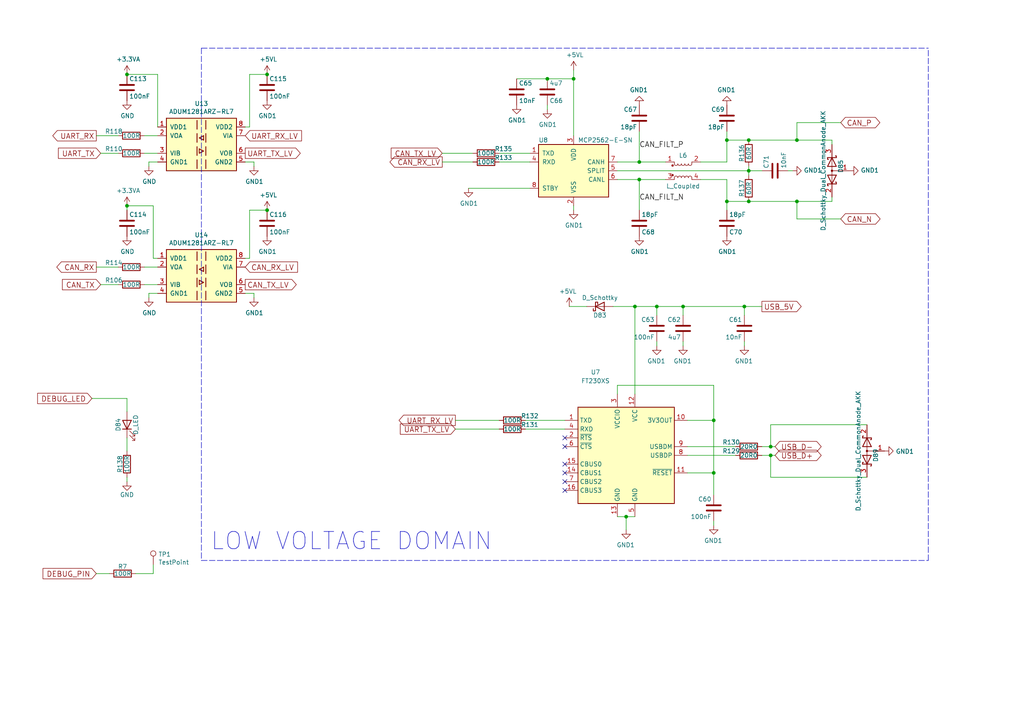
<source format=kicad_sch>
(kicad_sch (version 20211123) (generator eeschema)
  (paper "A4")
  (lib_symbols
    (symbol "Connector:TestPoint" (pin_numbers hide) (pin_names (offset 0.762) hide)
      (property "Reference" "TP" (at 0 6.858 0))
      (property "Value" "TestPoint" (at 0 5.08 0))
      (symbol "TestPoint_0_1"
        (circle (center 0 3.302) (radius 0.762))
      )
      (symbol "TestPoint_1_1"
        (pin passive line (at 0 0 90) (length 2.54) (name "1") (number "1"))
      )
    )
    (symbol "Device:C" (pin_numbers hide) (pin_names (offset 0.254))
      (property "Reference" "C" (at 0.635 2.54 0))
      (property "Value" "C" (at 0.635 -2.54 0))
      (symbol "C_0_1"
        (polyline (pts (xy -2.032 -0.762) (xy 2.032 -0.762)) (stroke (width 0.508)))
        (polyline (pts (xy -2.032 0.762) (xy 2.032 0.762)) (stroke (width 0.508)))
      )
      (symbol "C_1_1"
        (pin passive line (at 0 3.81 270) (length 2.794) (name "~") (number "1"))
        (pin passive line (at 0 -3.81 90) (length 2.794) (name "~") (number "2"))
      )
    )
    (symbol "Device:D_Schottky" (pin_numbers hide) (pin_names (offset 1.016) hide)
      (property "Reference" "D" (at 0 2.54 0))
      (property "Value" "D_Schottky" (at 0 -2.54 0))
      (symbol "D_Schottky_0_1"
        (polyline (pts (xy 1.27 0) (xy -1.27 0)))
        (polyline (pts (xy 1.27 1.27) (xy 1.27 -1.27) (xy -1.27 0) (xy 1.27 1.27)) (stroke (width 0.254)))
        (polyline (pts (xy -1.905 0.635) (xy -1.905 1.27) (xy -1.27 1.27) (xy -1.27 -1.27) (xy -0.635 -1.27) (xy -0.635 -0.635)) (stroke (width 0.254)))
      )
      (symbol "D_Schottky_1_1"
        (pin passive line (at -3.81 0 0) (length 2.54) (name "K") (number "1"))
        (pin passive line (at 3.81 0 180) (length 2.54) (name "A") (number "2"))
      )
    )
    (symbol "Device:D_Schottky_Dual_CommonAnode_AKK" (pin_names (offset 0.762) hide)
      (property "Reference" "D" (at 1.27 -2.54 0))
      (property "Value" "D_Schottky_Dual_CommonAnode_AKK" (at 0 2.54 0))
      (symbol "D_Schottky_Dual_CommonAnode_AKK_0_1"
        (polyline (pts (xy -3.556 0) (xy 3.81 0)))
        (polyline (pts (xy 0 0) (xy 0 -2.54)))
        (polyline (pts (xy -3.81 1.27) (xy -3.81 -1.27) (xy -3.81 -1.27)) (stroke (width 0.254)))
        (polyline (pts (xy 3.81 1.27) (xy 3.81 -1.27) (xy 3.81 -1.27)) (stroke (width 0.254)))
        (polyline (pts (xy -3.81 1.27) (xy -4.318 1.27) (xy -4.318 1.016) (xy -4.318 1.016)) (stroke (width 0.254)))
        (polyline (pts (xy 3.81 -1.27) (xy 4.318 -1.27) (xy 4.318 -1.016) (xy 4.318 -1.016)) (stroke (width 0.254)))
        (polyline (pts (xy 3.81 1.27) (xy 3.302 1.27) (xy 3.302 1.016) (xy 3.302 1.016)) (stroke (width 0.254)))
        (polyline (pts (xy -3.302 -1.016) (xy -3.302 -1.27) (xy -3.81 -1.27) (xy -3.81 -1.27) (xy -3.81 -1.27)) (stroke (width 0.254)))
        (polyline (pts (xy -1.27 -1.27) (xy -3.81 0) (xy -1.27 1.27) (xy -1.27 -1.27) (xy -1.27 -1.27) (xy -1.27 -1.27)) (stroke (width 0.254)))
        (polyline (pts (xy 1.27 1.27) (xy 3.81 0) (xy 1.27 -1.27) (xy 1.27 1.27) (xy 1.27 1.27) (xy 1.27 1.27)) (stroke (width 0.254)))
        (circle (center 0 0) (radius 0.254) (fill (type outline)))
        (pin passive line (at 0 -5.08 90) (length 2.54) (name "A") (number "1"))
        (pin passive line (at -7.62 0 0) (length 3.81) (name "K") (number "2"))
        (pin passive line (at 7.62 0 180) (length 3.81) (name "K") (number "3"))
      )
    )
    (symbol "Device:LED" (pin_numbers hide) (pin_names (offset 1.016) hide)
      (property "Reference" "D" (at 0 2.54 0))
      (property "Value" "LED" (at 0 -2.54 0))
      (symbol "LED_0_1"
        (polyline (pts (xy -1.27 -1.27) (xy -1.27 1.27)) (stroke (width 0.254)))
        (polyline (pts (xy -1.27 0) (xy 1.27 0)))
        (polyline (pts (xy 1.27 -1.27) (xy 1.27 1.27) (xy -1.27 0) (xy 1.27 -1.27)) (stroke (width 0.254)))
        (polyline (pts (xy -3.048 -0.762) (xy -4.572 -2.286) (xy -3.81 -2.286) (xy -4.572 -2.286) (xy -4.572 -1.524)))
        (polyline (pts (xy -1.778 -0.762) (xy -3.302 -2.286) (xy -2.54 -2.286) (xy -3.302 -2.286) (xy -3.302 -1.524)))
      )
      (symbol "LED_1_1"
        (pin passive line (at -3.81 0 0) (length 2.54) (name "K") (number "1"))
        (pin passive line (at 3.81 0 180) (length 2.54) (name "A") (number "2"))
      )
    )
    (symbol "Device:L_Coupled" (pin_names (offset 0.254) hide)
      (property "Reference" "L" (at 0 4.445 0))
      (property "Value" "L_Coupled" (at 0 -4.445 0))
      (symbol "L_Coupled_0_1"
        (circle (center -3.048 -1.27) (radius 0.254) (fill (type outline)))
        (circle (center -3.048 1.524) (radius 0.254) (fill (type outline)))
        (arc (start -2.54 2.032) (mid -2.032 1.524) (end -1.524 2.032))
        (arc (start -1.524 -2.032) (mid -2.032 -1.524) (end -2.54 -2.032))
        (arc (start -1.524 2.032) (mid -1.016 1.524) (end -0.508 2.032))
        (arc (start -0.508 -2.032) (mid -1.016 -1.524) (end -1.524 -2.032))
        (arc (start -0.508 2.032) (mid 0 1.524) (end 0.508 2.032))
        (polyline (pts (xy -2.54 -2.032) (xy -2.54 -2.54)))
        (polyline (pts (xy -2.54 2.032) (xy -2.54 2.54)))
        (polyline (pts (xy 2.54 -2.032) (xy 2.54 -2.54)))
        (polyline (pts (xy 2.54 2.54) (xy 2.54 2.032)))
        (arc (start 0.508 -2.032) (mid 0 -1.524) (end -0.508 -2.032))
        (arc (start 0.508 2.032) (mid 1.016 1.524) (end 1.524 2.032))
        (arc (start 1.524 -2.032) (mid 1.016 -1.524) (end 0.508 -2.032))
        (arc (start 1.524 2.032) (mid 2.032 1.524) (end 2.54 2.032))
        (arc (start 2.54 -2.032) (mid 2.032 -1.524) (end 1.524 -2.032))
      )
      (symbol "L_Coupled_1_1"
        (pin passive line (at -5.08 2.54 0) (length 2.54) (name "1") (number "1"))
        (pin passive line (at 5.08 2.54 180) (length 2.54) (name "2") (number "2"))
        (pin passive line (at -5.08 -2.54 0) (length 2.54) (name "3") (number "3"))
        (pin passive line (at 5.08 -2.54 180) (length 2.54) (name "4") (number "4"))
      )
    )
    (symbol "Device:R" (pin_numbers hide) (pin_names (offset 0))
      (property "Reference" "R" (at 2.032 0 90))
      (property "Value" "R" (at 0 0 90))
      (symbol "R_0_1"
        (rectangle (start -1.016 -2.54) (end 1.016 2.54) (stroke (width 0.254)))
      )
      (symbol "R_1_1"
        (pin passive line (at 0 3.81 270) (length 1.27) (name "~") (number "1"))
        (pin passive line (at 0 -3.81 90) (length 1.27) (name "~") (number "2"))
      )
    )
    (symbol "Interface_CAN_LIN:MCP2561-E-SN" (pin_names (offset 1.016))
      (property "Reference" "U" (at -10.16 8.89 0))
      (property "Value" "MCP2561-E-SN" (at 2.54 8.89 0))
      (symbol "MCP2561-E-SN_0_1"
        (rectangle (start -10.16 7.62) (end 10.16 -7.62) (stroke (width 0.254)) (fill (type background)))
      )
      (symbol "MCP2561-E-SN_1_1"
        (pin input line (at -12.7 5.08 0) (length 2.54) (name "TXD") (number "1"))
        (pin power_in line (at 0 -10.16 90) (length 2.54) (name "VSS") (number "2"))
        (pin power_in line (at 0 10.16 270) (length 2.54) (name "VDD") (number "3"))
        (pin output line (at -12.7 2.54 0) (length 2.54) (name "RXD") (number "4"))
        (pin passive line (at 12.7 0 180) (length 2.54) (name "SPLIT") (number "5"))
        (pin bidirectional line (at 12.7 -2.54 180) (length 2.54) (name "CANL") (number "6"))
        (pin bidirectional line (at 12.7 2.54 180) (length 2.54) (name "CANH") (number "7"))
        (pin input line (at -12.7 -5.08 0) (length 2.54) (name "STBY") (number "8"))
      )
    )
    (symbol "Interface_USB:FT230XS"
      (property "Reference" "U" (at -13.97 15.24 0))
      (property "Value" "FT230XS" (at 7.62 15.24 0))
      (symbol "FT230XS_0_1"
        (rectangle (start -13.97 13.97) (end 13.97 -13.97) (stroke (width 0.254)) (fill (type background)))
      )
      (symbol "FT230XS_1_1"
        (pin output line (at 17.78 10.16 180) (length 3.81) (name "TXD") (number "1"))
        (pin power_out line (at -17.78 10.16 0) (length 3.81) (name "3V3OUT") (number "10"))
        (pin input line (at -17.78 -5.08 0) (length 3.81) (name "~{RESET}") (number "11"))
        (pin power_in line (at -2.54 17.78 270) (length 3.81) (name "VCC") (number "12"))
        (pin power_in line (at 2.54 -17.78 90) (length 3.81) (name "GND") (number "13"))
        (pin bidirectional line (at 17.78 -5.08 180) (length 3.81) (name "CBUS1") (number "14"))
        (pin bidirectional line (at 17.78 -2.54 180) (length 3.81) (name "CBUS0") (number "15"))
        (pin bidirectional line (at 17.78 -10.16 180) (length 3.81) (name "CBUS3") (number "16"))
        (pin output line (at 17.78 5.08 180) (length 3.81) (name "~{RTS}") (number "2"))
        (pin power_in line (at 2.54 17.78 270) (length 3.81) (name "VCCIO") (number "3"))
        (pin input line (at 17.78 7.62 180) (length 3.81) (name "RXD") (number "4"))
        (pin power_in line (at -2.54 -17.78 90) (length 3.81) (name "GND") (number "5"))
        (pin input line (at 17.78 2.54 180) (length 3.81) (name "~{CTS}") (number "6"))
        (pin bidirectional line (at 17.78 -7.62 180) (length 3.81) (name "CBUS2") (number "7"))
        (pin bidirectional line (at -17.78 0 0) (length 3.81) (name "USBDP") (number "8"))
        (pin bidirectional line (at -17.78 2.54 0) (length 3.81) (name "USBDM") (number "9"))
      )
    )
    (symbol "Isolator:ADuM1201WS" (pin_names (offset 1.016))
      (property "Reference" "U" (at -10.16 8.89 0))
      (property "Value" "ADuM1201WS" (at -2.032 8.89 0))
      (symbol "ADuM1201WS_0_1"
        (rectangle (start -10.16 7.62) (end 10.16 -7.62) (stroke (width 0.254)) (fill (type background)))
        (polyline (pts (xy -1.27 -4.445) (xy -1.27 -6.985)) (stroke (width 0.254)))
        (polyline (pts (xy -1.27 -0.635) (xy -1.27 -3.175)) (stroke (width 0.254)))
        (polyline (pts (xy -1.27 3.175) (xy -1.27 0.635)) (stroke (width 0.254)))
        (polyline (pts (xy -1.27 6.985) (xy -1.27 4.445)) (stroke (width 0.254)))
        (polyline (pts (xy 1.27 -4.445) (xy 1.27 -6.985)) (stroke (width 0.254)))
        (polyline (pts (xy 1.27 -0.635) (xy 1.27 -3.175)) (stroke (width 0.254)))
        (polyline (pts (xy 1.27 3.175) (xy 1.27 0.635)) (stroke (width 0.254)))
        (polyline (pts (xy 1.27 6.985) (xy 1.27 4.445)) (stroke (width 0.254)))
        (polyline (pts (xy -0.635 -1.27) (xy -0.635 -2.54) (xy 0.635 -1.905) (xy -0.635 -1.27)) (stroke (width 0.254)))
        (polyline (pts (xy 0.635 2.54) (xy 0.635 1.27) (xy -0.635 1.905) (xy 0.635 2.54)) (stroke (width 0.254)))
      )
      (symbol "ADuM1201WS_1_1"
        (pin power_in line (at -12.7 5.08 0) (length 2.54) (name "VDD1") (number "1"))
        (pin output line (at -12.7 2.54 0) (length 2.54) (name "VOA") (number "2"))
        (pin input line (at -12.7 -2.54 0) (length 2.54) (name "VIB") (number "3"))
        (pin power_in line (at -12.7 -5.08 0) (length 2.54) (name "GND1") (number "4"))
        (pin power_in line (at 12.7 -5.08 180) (length 2.54) (name "GND2") (number "5"))
        (pin output line (at 12.7 -2.54 180) (length 2.54) (name "VOB") (number "6"))
        (pin input line (at 12.7 2.54 180) (length 2.54) (name "VIA") (number "7"))
        (pin power_in line (at 12.7 5.08 180) (length 2.54) (name "VDD2") (number "8"))
      )
    )
    (symbol "power:+3.3VA" (power) (pin_names (offset 0))
      (property "Value" "+3.3VA" (at 0 3.556 0))
      (symbol "+3.3VA_0_1"
        (polyline (pts (xy -0.762 1.27) (xy 0 2.54)))
        (polyline (pts (xy 0 0) (xy 0 2.54)))
        (polyline (pts (xy 0 2.54) (xy 0.762 1.27)))
      )
      (symbol "+3.3VA_1_1"
        (pin power_in line (at 0 0 90) (length 0) hide (name "+3.3VA") (number "1"))
      )
    )
    (symbol "power:+5VL" (power) (pin_names (offset 0))
      (property "Value" "+5VL" (at 0 3.556 0))
      (symbol "+5VL_0_1"
        (polyline (pts (xy -0.762 1.27) (xy 0 2.54)))
        (polyline (pts (xy 0 0) (xy 0 2.54)))
        (polyline (pts (xy 0 2.54) (xy 0.762 1.27)))
      )
      (symbol "+5VL_1_1"
        (pin power_in line (at 0 0 90) (length 0) hide (name "+5VL") (number "1"))
      )
    )
    (symbol "power:GND" (power) (pin_names (offset 0))
      (property "Value" "GND" (at 0 -3.81 0))
      (symbol "GND_0_1"
        (polyline (pts (xy 0 0) (xy 0 -1.27) (xy 1.27 -1.27) (xy 0 -2.54) (xy -1.27 -1.27) (xy 0 -1.27)))
      )
      (symbol "GND_1_1"
        (pin power_in line (at 0 0 270) (length 0) hide (name "GND") (number "1"))
      )
    )
    (symbol "power:GND1" (power) (pin_names (offset 0))
      (property "Value" "GND1" (at 0 -3.81 0))
      (symbol "GND1_0_1"
        (polyline (pts (xy 0 0) (xy 0 -1.27) (xy 1.27 -1.27) (xy 0 -2.54) (xy -1.27 -1.27) (xy 0 -1.27)))
      )
      (symbol "GND1_1_1"
        (pin power_in line (at 0 0 270) (length 0) hide (name "GND1") (number "1"))
      )
    )
  )
  (junction (at 207.01 121.92))
  (junction (at 223.52 129.54))
  (junction (at 210.82 40.64))
  (junction (at 198.12 88.9))
  (junction (at 190.5 88.9))
  (junction (at 231.14 58.42))
  (junction (at 185.42 52.07))
  (junction (at 217.17 49.53))
  (junction (at 36.83 59.69))
  (junction (at 36.83 21.59))
  (junction (at 166.37 22.86))
  (junction (at 217.17 40.64))
  (junction (at 77.47 60.96))
  (junction (at 158.75 22.86))
  (junction (at 210.82 58.42))
  (junction (at 217.17 58.42))
  (junction (at 207.01 137.16))
  (junction (at 185.42 46.99))
  (junction (at 231.14 40.64))
  (junction (at 215.9 88.9))
  (junction (at 223.52 132.08))
  (junction (at 77.47 21.59))
  (junction (at 181.61 149.86))
  (junction (at 184.15 88.9))
  (no_connect (at 163.83 134.62))
  (no_connect (at 163.83 142.24))
  (no_connect (at 163.83 129.54))
  (no_connect (at 163.83 127))
  (no_connect (at 163.83 137.16))
  (no_connect (at 163.83 139.7))
  (wire (pts (xy 179.07 49.53) (xy 217.17 49.53)))
  (wire (pts (xy 77.47 60.96) (xy 72.39 60.96)))
  (wire (pts (xy 73.66 85.09) (xy 71.12 85.09)))
  (wire (pts (xy 215.9 100.33) (xy 215.9 99.06)))
  (wire (pts (xy 163.83 121.92) (xy 152.4 121.92)))
  (wire (pts (xy 137.16 46.99) (xy 128.27 46.99)))
  (wire (pts (xy 165.1 88.9) (xy 170.18 88.9)))
  (wire (pts (xy 217.17 48.26) (xy 217.17 49.53)))
  (wire (pts (xy 44.45 166.37) (xy 39.37 166.37)))
  (wire (pts (xy 153.67 44.45) (xy 144.78 44.45)))
  (wire (pts (xy 190.5 100.33) (xy 190.5 99.06)))
  (wire (pts (xy 185.42 52.07) (xy 185.42 60.96)))
  (wire (pts (xy 179.07 114.3) (xy 179.07 111.76)))
  (wire (pts (xy 144.78 46.99) (xy 153.67 46.99)))
  (wire (pts (xy 185.42 46.99) (xy 185.42 38.1)))
  (polyline (pts (xy 269.24 162.56) (xy 269.24 13.97)))
  (wire (pts (xy 43.18 46.99) (xy 45.72 46.99)))
  (wire (pts (xy 184.15 149.86) (xy 181.61 149.86)))
  (wire (pts (xy 215.9 91.44) (xy 215.9 88.9)))
  (wire (pts (xy 45.72 74.93) (xy 44.45 74.93)))
  (wire (pts (xy 43.18 48.26) (xy 43.18 46.99)))
  (wire (pts (xy 207.01 111.76) (xy 207.01 121.92)))
  (wire (pts (xy 220.98 49.53) (xy 217.17 49.53)))
  (wire (pts (xy 41.91 82.55) (xy 45.72 82.55)))
  (wire (pts (xy 210.82 46.99) (xy 203.2 46.99)))
  (wire (pts (xy 41.91 39.37) (xy 45.72 39.37)))
  (wire (pts (xy 43.18 85.09) (xy 45.72 85.09)))
  (wire (pts (xy 166.37 22.86) (xy 166.37 39.37)))
  (wire (pts (xy 224.79 132.08) (xy 223.52 132.08)))
  (wire (pts (xy 128.27 44.45) (xy 137.16 44.45)))
  (wire (pts (xy 231.14 40.64) (xy 241.3 40.64)))
  (wire (pts (xy 241.3 40.64) (xy 241.3 41.91)))
  (wire (pts (xy 223.52 132.08) (xy 220.98 132.08)))
  (wire (pts (xy 198.12 91.44) (xy 198.12 88.9)))
  (wire (pts (xy 207.01 137.16) (xy 207.01 143.51)))
  (wire (pts (xy 223.52 129.54) (xy 224.79 129.54)))
  (wire (pts (xy 179.07 149.86) (xy 181.61 149.86)))
  (wire (pts (xy 210.82 38.1) (xy 210.82 40.64)))
  (wire (pts (xy 45.72 44.45) (xy 41.91 44.45)))
  (wire (pts (xy 166.37 60.96) (xy 166.37 59.69)))
  (wire (pts (xy 36.83 119.38) (xy 36.83 115.57)))
  (wire (pts (xy 231.14 58.42) (xy 241.3 58.42)))
  (wire (pts (xy 203.2 52.07) (xy 210.82 52.07)))
  (wire (pts (xy 223.52 138.43) (xy 223.52 132.08)))
  (wire (pts (xy 77.47 21.59) (xy 72.39 21.59)))
  (wire (pts (xy 207.01 121.92) (xy 199.39 121.92)))
  (wire (pts (xy 198.12 88.9) (xy 190.5 88.9)))
  (wire (pts (xy 44.45 74.93) (xy 44.45 59.69)))
  (polyline (pts (xy 58.42 13.97) (xy 269.24 13.97)))
  (wire (pts (xy 166.37 20.32) (xy 166.37 22.86)))
  (wire (pts (xy 34.29 77.47) (xy 27.94 77.47)))
  (wire (pts (xy 223.52 123.19) (xy 251.46 123.19)))
  (wire (pts (xy 231.14 63.5) (xy 231.14 58.42)))
  (wire (pts (xy 217.17 58.42) (xy 231.14 58.42)))
  (wire (pts (xy 243.84 35.56) (xy 231.14 35.56)))
  (wire (pts (xy 43.18 86.36) (xy 43.18 85.09)))
  (wire (pts (xy 153.67 54.61) (xy 135.89 54.61)))
  (wire (pts (xy 36.83 115.57) (xy 26.67 115.57)))
  (wire (pts (xy 210.82 40.64) (xy 217.17 40.64)))
  (wire (pts (xy 158.75 22.86) (xy 166.37 22.86)))
  (wire (pts (xy 217.17 49.53) (xy 217.17 50.8)))
  (wire (pts (xy 210.82 58.42) (xy 217.17 58.42)))
  (wire (pts (xy 149.86 22.86) (xy 158.75 22.86)))
  (wire (pts (xy 73.66 46.99) (xy 71.12 46.99)))
  (wire (pts (xy 34.29 82.55) (xy 29.21 82.55)))
  (wire (pts (xy 198.12 100.33) (xy 198.12 99.06)))
  (wire (pts (xy 229.87 49.53) (xy 228.6 49.53)))
  (wire (pts (xy 45.72 77.47) (xy 41.91 77.47)))
  (wire (pts (xy 213.36 132.08) (xy 199.39 132.08)))
  (wire (pts (xy 36.83 130.81) (xy 36.83 127)))
  (wire (pts (xy 223.52 129.54) (xy 223.52 123.19)))
  (wire (pts (xy 73.66 86.36) (xy 73.66 85.09)))
  (wire (pts (xy 72.39 21.59) (xy 72.39 36.83)))
  (wire (pts (xy 185.42 52.07) (xy 193.04 52.07)))
  (wire (pts (xy 199.39 129.54) (xy 213.36 129.54)))
  (wire (pts (xy 215.9 88.9) (xy 198.12 88.9)))
  (wire (pts (xy 190.5 91.44) (xy 190.5 88.9)))
  (wire (pts (xy 36.83 59.69) (xy 44.45 59.69)))
  (wire (pts (xy 132.08 121.92) (xy 144.78 121.92)))
  (wire (pts (xy 207.01 137.16) (xy 199.39 137.16)))
  (wire (pts (xy 36.83 139.7) (xy 36.83 138.43)))
  (wire (pts (xy 72.39 36.83) (xy 71.12 36.83)))
  (wire (pts (xy 190.5 88.9) (xy 184.15 88.9)))
  (wire (pts (xy 72.39 74.93) (xy 71.12 74.93)))
  (wire (pts (xy 73.66 48.26) (xy 73.66 46.99)))
  (wire (pts (xy 72.39 60.96) (xy 72.39 74.93)))
  (wire (pts (xy 210.82 40.64) (xy 210.82 46.99)))
  (wire (pts (xy 27.94 39.37) (xy 34.29 39.37)))
  (wire (pts (xy 158.75 31.75) (xy 158.75 30.48)))
  (wire (pts (xy 36.83 59.69) (xy 36.83 60.96)))
  (wire (pts (xy 152.4 124.46) (xy 163.83 124.46)))
  (wire (pts (xy 31.75 166.37) (xy 27.94 166.37)))
  (polyline (pts (xy 58.42 162.56) (xy 269.24 162.56)))
  (wire (pts (xy 144.78 124.46) (xy 132.08 124.46)))
  (wire (pts (xy 243.84 63.5) (xy 231.14 63.5)))
  (wire (pts (xy 179.07 46.99) (xy 185.42 46.99)))
  (wire (pts (xy 207.01 152.4) (xy 207.01 151.13)))
  (wire (pts (xy 241.3 58.42) (xy 241.3 57.15)))
  (wire (pts (xy 220.98 88.9) (xy 215.9 88.9)))
  (wire (pts (xy 44.45 163.83) (xy 44.45 166.37)))
  (wire (pts (xy 207.01 121.92) (xy 207.01 137.16)))
  (wire (pts (xy 36.83 21.59) (xy 45.72 21.59)))
  (wire (pts (xy 185.42 46.99) (xy 193.04 46.99)))
  (wire (pts (xy 207.01 111.76) (xy 179.07 111.76)))
  (polyline (pts (xy 58.42 13.97) (xy 58.42 162.56)))
  (wire (pts (xy 34.29 44.45) (xy 29.21 44.45)))
  (wire (pts (xy 184.15 88.9) (xy 177.8 88.9)))
  (wire (pts (xy 179.07 52.07) (xy 185.42 52.07)))
  (wire (pts (xy 217.17 40.64) (xy 231.14 40.64)))
  (wire (pts (xy 231.14 35.56) (xy 231.14 40.64)))
  (wire (pts (xy 251.46 138.43) (xy 223.52 138.43)))
  (wire (pts (xy 210.82 58.42) (xy 210.82 60.96)))
  (wire (pts (xy 220.98 129.54) (xy 223.52 129.54)))
  (wire (pts (xy 181.61 149.86) (xy 181.61 153.67)))
  (wire (pts (xy 184.15 88.9) (xy 184.15 114.3)))
  (wire (pts (xy 45.72 21.59) (xy 45.72 36.83)))
  (wire (pts (xy 210.82 52.07) (xy 210.82 58.42)))
  (text "LOW VOLTAGE DOMAIN" (at 60.96 160.02 0) (effects (font (size 5.0038 5.0038)) (justify left bottom)))
  (label "CAN_FILT_P" (at 185.42 43.18 0) (effects (font (size 1.524 1.524))))
  (label "CAN_FILT_N" (at 185.42 58.42 0) (effects (font (size 1.524 1.524))))
  (global_label "USB_D-" (shape bidirectional) (at 224.79 129.54 0) (effects (font (size 1.524 1.524))) (property "Intersheet References" "${INTERSHEET_REFS}" (effects hide)))
  (global_label "CAN_N" (shape bidirectional) (at 243.84 63.5 0) (effects (font (size 1.524 1.524))) (property "Intersheet References" "${INTERSHEET_REFS}" (effects hide)))
  (global_label "DEBUG_PIN" (shape input) (at 27.94 166.37 180) (effects (font (size 1.524 1.524))) (property "Intersheet References" "${INTERSHEET_REFS}" (effects hide)))
  (global_label "UART_TX_LV" (shape output) (at 71.12 44.45 0) (effects (font (size 1.524 1.524))) (property "Intersheet References" "${INTERSHEET_REFS}" (effects hide)))
  (global_label "DEBUG_LED" (shape input) (at 26.67 115.57 180) (effects (font (size 1.524 1.524))) (property "Intersheet References" "${INTERSHEET_REFS}" (effects hide)))
  (global_label "CAN_RX_LV" (shape output) (at 128.27 46.99 180) (effects (font (size 1.524 1.524))) (property "Intersheet References" "${INTERSHEET_REFS}" (effects hide)))
  (global_label "USB_D+" (shape bidirectional) (at 224.79 132.08 0) (effects (font (size 1.524 1.524))) (property "Intersheet References" "${INTERSHEET_REFS}" (effects hide)))
  (global_label "USB_5V" (shape output) (at 220.98 88.9 0) (effects (font (size 1.524 1.524))) (property "Intersheet References" "${INTERSHEET_REFS}" (effects hide)))
  (global_label "CAN_TX_LV" (shape output) (at 71.12 82.55 0) (effects (font (size 1.524 1.524))) (property "Intersheet References" "${INTERSHEET_REFS}" (effects hide)))
  (global_label "UART_RX" (shape output) (at 27.94 39.37 180) (effects (font (size 1.524 1.524))) (property "Intersheet References" "${INTERSHEET_REFS}" (effects hide)))
  (global_label "CAN_RX" (shape output) (at 27.94 77.47 180) (effects (font (size 1.524 1.524))) (property "Intersheet References" "${INTERSHEET_REFS}" (effects hide)))
  (global_label "UART_TX" (shape input) (at 29.21 44.45 180) (effects (font (size 1.524 1.524))) (property "Intersheet References" "${INTERSHEET_REFS}" (effects hide)))
  (global_label "UART_RX_LV" (shape input) (at 71.12 39.37 0) (effects (font (size 1.524 1.524))) (property "Intersheet References" "${INTERSHEET_REFS}" (effects hide)))
  (global_label "CAN_P" (shape bidirectional) (at 243.84 35.56 0) (effects (font (size 1.524 1.524))) (property "Intersheet References" "${INTERSHEET_REFS}" (effects hide)))
  (global_label "CAN_TX" (shape input) (at 29.21 82.55 180) (effects (font (size 1.524 1.524))) (property "Intersheet References" "${INTERSHEET_REFS}" (effects hide)))
  (global_label "CAN_RX_LV" (shape input) (at 71.12 77.47 0) (effects (font (size 1.524 1.524))) (property "Intersheet References" "${INTERSHEET_REFS}" (effects hide)))
  (global_label "CAN_TX_LV" (shape input) (at 128.27 44.45 180) (effects (font (size 1.524 1.524))) (property "Intersheet References" "${INTERSHEET_REFS}" (effects hide)))
  (global_label "UART_RX_LV" (shape output) (at 132.08 121.92 180) (effects (font (size 1.524 1.524))) (property "Intersheet References" "${INTERSHEET_REFS}" (effects hide)))
  (global_label "UART_TX_LV" (shape input) (at 132.08 124.46 180) (effects (font (size 1.524 1.524))) (property "Intersheet References" "${INTERSHEET_REFS}" (effects hide)))
  (symbol (lib_id "Device:R") (at 140.97 44.45 270) (unit 1)
    (property "Reference" "R135" (at 146.05 43.18 90))
    (property "Value" "100R" (at 140.97 44.45 90))
    (property "Footprint" "Resistor_SMD:R_0603_1608Metric" (effects hide))
    (property "MPN" "AC0603FR-07100RL" (effects hide))
    (property "populate" "y" (effects hide))
    (property "Part Number" "AC0603FR-07100RL" (effects hide))
    (property "Digikey_PN" "YAG3561CT-ND" (effects hide))
  )
  (symbol (lib_id "Device:R") (at 140.97 46.99 270) (unit 1)
    (property "Reference" "R133" (at 146.05 45.72 90))
    (property "Value" "100R" (at 140.97 46.99 90))
    (property "Footprint" "Resistor_SMD:R_0603_1608Metric" (effects hide))
    (property "MPN" "AC0603FR-07100RL" (effects hide))
    (property "populate" "y" (effects hide))
    (property "Part Number" "AC0603FR-07100RL" (effects hide))
    (property "Digikey_PN" "YAG3561CT-ND" (effects hide))
  )
  (symbol (lib_id "Device:R") (at 217.17 44.45 180) (unit 1)
    (property "Reference" "R136" (at 215.138 44.45 90))
    (property "Value" "60R" (at 217.17 44.45 90))
    (property "Footprint" "Resistor_SMD:R_2512_6332Metric" (effects hide))
    (property "Datasheet" "https://www.seielect.com/Catalog/SEI-RMCF_RMCP.pdf" (effects hide))
    (property "MPN" "RMCF2512JT62R0" (effects hide))
    (property "populate" "y" (effects hide))
    (property "Part Number" "RMCF2512JT62R0" (effects hide))
    (property "Digikey_PN" "RMCF2512JT62R0CT-ND" (effects hide))
  )
  (symbol (lib_id "Device:R") (at 217.17 54.61 180) (unit 1)
    (property "Reference" "R137" (at 215.138 54.61 90))
    (property "Value" "60R" (at 217.17 54.61 90))
    (property "Footprint" "Resistor_SMD:R_2512_6332Metric" (effects hide))
    (property "Datasheet" "https://www.seielect.com/Catalog/SEI-RMCF_RMCP.pdf" (effects hide))
    (property "MPN" "RMCF2512JT62R0" (effects hide))
    (property "populate" "y" (effects hide))
    (property "Part Number" "RMCF2512JT62R0" (effects hide))
    (property "Digikey_PN" "RMCF2512JT62R0CT-ND" (effects hide))
  )
  (symbol (lib_id "Device:C") (at 215.9 95.25 0) (mirror y) (unit 1)
    (property "Reference" "C61" (at 215.265 92.71 0) (effects (justify left)))
    (property "Value" "10nF" (at 215.265 97.79 0) (effects (justify left)))
    (property "Footprint" "Capacitor_SMD:C_0603_1608Metric" (effects hide))
    (property "MPN" "GCM188R72A103KA37D" (effects hide))
    (property "populate" "y" (effects hide))
    (property "Part Number" "GCM188R72A103KA37D" (effects hide))
    (property "Digikey_PN" "490-4781-1-ND" (effects hide))
  )
  (symbol (lib_id "Device:C") (at 190.5 95.25 0) (mirror y) (unit 1)
    (property "Reference" "C63" (at 189.865 92.71 0) (effects (justify left)))
    (property "Value" "100nF" (at 189.865 97.79 0) (effects (justify left)))
    (property "Footprint" "Capacitor_SMD:C_0603_1608Metric" (effects hide))
    (property "Datasheet" "http://psearch.en.murata.com/capacitor/product/GCM188R71H104KA57%23.pdf" (effects hide))
    (property "MPN" "GCM188R71H104KA57D" (effects hide))
    (property "populate" "y" (effects hide))
    (property "Part Number" "GCM188R71H104KA57D" (effects hide))
    (property "Digikey_PN" "490-4779-1-ND" (effects hide))
  )
  (symbol (lib_id "Device:C") (at 198.12 95.25 0) (mirror y) (unit 1)
    (property "Reference" "C62" (at 197.485 92.71 0) (effects (justify left)))
    (property "Value" "4u7" (at 197.485 97.79 0) (effects (justify left)))
    (property "Footprint" "Capacitor_SMD:C_1206_3216Metric" (effects hide))
    (property "Datasheet" "https://product.tdk.com/info/en/catalog/datasheets/mlcc_automotive_soft_en.pdf" (effects hide))
    (property "MPN" "CGA5L3X7R1H475K160AE" (effects hide))
    (property "populate" "y" (effects hide))
    (property "Part Number" "CGA5L3X7R1H475K160AE" (effects hide))
    (property "Digikey_PN" "445-172481-1-ND" (effects hide))
  )
  (symbol (lib_id "Device:D_Schottky") (at 173.99 88.9 0) (mirror x) (unit 1)
    (property "Reference" "D83" (at 173.99 91.44 0))
    (property "Value" "D_Schottky" (at 173.99 86.36 0))
    (property "Footprint" "Diode_SMD:D_SMA" (effects hide))
    (property "Datasheet" "https://www.st.com/content/ccc/resource/technical/document/datasheet/c8/2f/54/15/4c/14/44/bb/CD00003321.pdf/files/CD00003321.pdf/jcr:content/translations/en.CD00003321.pdf" (effects hide))
    (property "MPN" "STPS1150A" (effects hide))
    (property "populate" "y" (effects hide))
    (property "Part Number" "STPS1150A" (effects hide))
    (property "Digikey_PN" "497-7545-1-ND" (effects hide))
  )
  (symbol (lib_id "Device:C") (at 149.86 26.67 0) (unit 1)
    (property "Reference" "C65" (at 150.495 24.13 0) (effects (justify left)))
    (property "Value" "10nF" (at 150.495 29.21 0) (effects (justify left)))
    (property "Footprint" "Capacitor_SMD:C_0603_1608Metric" (effects hide))
    (property "MPN" "GCM188R72A103KA37D" (effects hide))
    (property "populate" "y" (effects hide))
    (property "Part Number" "GCM188R72A103KA37D" (effects hide))
    (property "Digikey_PN" "490-4781-1-ND" (effects hide))
  )
  (symbol (lib_id "Device:C") (at 207.01 147.32 0) (mirror y) (unit 1)
    (property "Reference" "C60" (at 206.375 144.78 0) (effects (justify left)))
    (property "Value" "100nF" (at 206.375 149.86 0) (effects (justify left)))
    (property "Footprint" "Capacitor_SMD:C_0603_1608Metric" (effects hide))
    (property "Datasheet" "http://psearch.en.murata.com/capacitor/product/GCM188R71H104KA57%23.pdf" (effects hide))
    (property "MPN" "GCM188R71H104KA57D" (effects hide))
    (property "populate" "y" (effects hide))
    (property "Part Number" "GCM188R71H104KA57D" (effects hide))
    (property "Digikey_PN" "490-4779-1-ND" (effects hide))
  )
  (symbol (lib_id "Device:LED") (at 36.83 123.19 90) (unit 1)
    (property "Reference" "D84" (at 34.29 123.19 0))
    (property "Value" "D_LED" (at 39.37 123.19 0))
    (property "Footprint" "Diode_SMD:D_0603_1608Metric" (effects hide))
    (property "Datasheet" "http://optoelectronics.liteon.com/upload/download/DS22-2000-223/LTST-C191KRKT.PDF" (effects hide))
    (property "MPN" "LTST-C191KRKT" (effects hide))
    (property "populate" "y" (effects hide))
    (property "Part Number" "LTST-C191KRKT" (effects hide))
    (property "Digikey_PN" "160-1447-1-ND" (effects hide))
  )
  (symbol (lib_id "Device:R") (at 36.83 134.62 180) (unit 1)
    (property "Reference" "R138" (at 34.798 134.62 90))
    (property "Value" "100R" (at 36.83 134.62 90))
    (property "Footprint" "Resistor_SMD:R_0603_1608Metric" (effects hide))
    (property "MPN" "AC0603FR-07100RL" (effects hide))
    (property "populate" "y" (effects hide))
    (property "Part Number" "AC0603FR-07100RL" (effects hide))
    (property "Digikey_PN" "YAG3561CT-ND" (effects hide))
  )
  (symbol (lib_id "power:GND") (at 36.83 139.7 0) (unit 1)
    (property "Reference" "#PWR058" (effects hide))
    (property "Value" "GND" (at 36.83 143.51 0))
  )
  (symbol (lib_id "Device:C") (at 224.79 49.53 90) (unit 1)
    (property "Reference" "C71" (at 222.25 48.895 0) (effects (justify left)))
    (property "Value" "10nF" (at 227.33 48.895 0) (effects (justify left)))
    (property "Footprint" "Capacitor_SMD:C_0603_1608Metric" (effects hide))
    (property "MPN" "GCM188R72A103KA37D" (effects hide))
    (property "populate" "y" (effects hide))
    (property "Part Number" "GCM188R72A103KA37D" (effects hide))
    (property "Digikey_PN" "490-4781-1-ND" (effects hide))
  )
  (symbol (lib_id "Device:R") (at 217.17 129.54 270) (mirror x) (unit 1)
    (property "Reference" "R130" (at 212.09 128.27 90))
    (property "Value" "20R0" (at 217.17 129.54 90))
    (property "Footprint" "Resistor_SMD:R_0603_1608Metric" (effects hide))
    (property "Datasheet" "https://www.seielect.com/catalog/sei-rmcf_rmcp.pdf" (effects hide))
    (property "MPN" "RMCF0603FT20R0" (effects hide))
    (property "populate" "y" (effects hide))
    (property "Part Number" "RMCF0603FT20R0" (effects hide))
    (property "Digikey_PN" "RMCF0603FT20R0CT-ND" (effects hide))
  )
  (symbol (lib_id "Device:R") (at 217.17 132.08 270) (mirror x) (unit 1)
    (property "Reference" "R129" (at 212.09 130.81 90))
    (property "Value" "20R0" (at 217.17 132.08 90))
    (property "Footprint" "Resistor_SMD:R_0603_1608Metric" (effects hide))
    (property "Datasheet" "https://www.seielect.com/catalog/sei-rmcf_rmcp.pdf" (effects hide))
    (property "MPN" "RMCF0603FT20R0" (effects hide))
    (property "populate" "y" (effects hide))
    (property "Part Number" "RMCF0603FT20R0" (effects hide))
    (property "Digikey_PN" "RMCF0603FT20R0CT-ND" (effects hide))
  )
  (symbol (lib_id "Device:L_Coupled") (at 198.12 49.53 0) (unit 1)
    (property "Reference" "L6" (at 198.12 45.085 0))
    (property "Value" "L_Coupled" (at 198.12 53.975 0))
    (property "Datasheet" "https://en.tdk.eu/inf/30/ds/act45b.pdf" (effects hide))
    (property "MPN" "B82787C0513H002" (effects hide))
    (property "populate" "y" (effects hide))
    (property "Part Number" "B82787C0513H002" (effects hide))
    (property "Digikey_PN" "495-4597-1-ND" (effects hide))
  )
  (symbol (lib_id "Device:C") (at 210.82 34.29 0) (mirror y) (unit 1)
    (property "Reference" "C69" (at 210.185 31.75 0) (effects (justify left)))
    (property "Value" "18pF" (at 210.185 36.83 0) (effects (justify left)))
    (property "Footprint" "Capacitor_SMD:C_0603_1608Metric" (effects hide))
    (property "Datasheet" "https://product.tdk.com/info/en/documents/chara_sheet/CGA3E2C0G1H180J080AA.pdf" (effects hide))
    (property "MPN" "CGA3E2C0G1H180J080AA" (effects hide))
    (property "populate" "y" (effects hide))
    (property "Part Number" "CGA3E2C0G1H180J080AA" (effects hide))
    (property "Digikey_PN" "445-5631-1-ND" (effects hide))
  )
  (symbol (lib_id "Device:C") (at 210.82 64.77 0) (mirror x) (unit 1)
    (property "Reference" "C70" (at 211.455 67.31 0) (effects (justify left)))
    (property "Value" "18pF" (at 211.455 62.23 0) (effects (justify left)))
    (property "Footprint" "Capacitor_SMD:C_0603_1608Metric" (effects hide))
    (property "Datasheet" "https://product.tdk.com/info/en/documents/chara_sheet/CGA3E2C0G1H180J080AA.pdf" (effects hide))
    (property "MPN" "CGA3E2C0G1H180J080AA" (effects hide))
    (property "populate" "y" (effects hide))
    (property "Part Number" "CGA3E2C0G1H180J080AA" (effects hide))
    (property "Digikey_PN" "445-5631-1-ND" (effects hide))
  )
  (symbol (lib_id "Device:C") (at 185.42 64.77 0) (mirror x) (unit 1)
    (property "Reference" "C68" (at 186.055 67.31 0) (effects (justify left)))
    (property "Value" "18pF" (at 186.055 62.23 0) (effects (justify left)))
    (property "Footprint" "Capacitor_SMD:C_0603_1608Metric" (effects hide))
    (property "Datasheet" "https://product.tdk.com/info/en/documents/chara_sheet/CGA3E2C0G1H180J080AA.pdf" (effects hide))
    (property "MPN" "CGA3E2C0G1H180J080AA" (effects hide))
    (property "populate" "y" (effects hide))
    (property "Part Number" "CGA3E2C0G1H180J080AA" (effects hide))
    (property "Digikey_PN" "445-5631-1-ND" (effects hide))
  )
  (symbol (lib_id "Device:C") (at 185.42 34.29 0) (mirror y) (unit 1)
    (property "Reference" "C67" (at 184.785 31.75 0) (effects (justify left)))
    (property "Value" "18pF" (at 184.785 36.83 0) (effects (justify left)))
    (property "Footprint" "Capacitor_SMD:C_0603_1608Metric" (effects hide))
    (property "Datasheet" "https://product.tdk.com/info/en/documents/chara_sheet/CGA3E2C0G1H180J080AA.pdf" (effects hide))
    (property "MPN" "CGA3E2C0G1H180J080AA" (effects hide))
    (property "populate" "y" (effects hide))
    (property "Part Number" "CGA3E2C0G1H180J080AA" (effects hide))
    (property "Digikey_PN" "445-5631-1-ND" (effects hide))
  )
  (symbol (lib_id "Device:D_Schottky_Dual_CommonAnode_AKK") (at 241.3 49.53 90) (unit 1)
    (property "Reference" "D85" (at 243.84 48.26 0))
    (property "Value" "D_Schottky_Dual_CommonAnode_AKK" (at 238.76 49.53 0))
    (property "Datasheet" "https://media.digikey.com/pdf/Data%20Sheets/ST%20Microelectronics%20PDFS/ESDCAN(01,24)-2BLY,.pdf" (effects hide))
    (property "MPN" "ESDCAN24-2BLY" (effects hide))
    (property "Part Number" "ESDCAN24-2BLY" (effects hide))
    (property "Digikey_PN" "1727-5397-1-ND" (effects hide))
  )
  (symbol (lib_id "Device:R") (at 148.59 121.92 90) (mirror x) (unit 1)
    (property "Reference" "R132" (at 153.67 120.65 90))
    (property "Value" "100R" (at 148.59 121.92 90))
    (property "Footprint" "Resistor_SMD:R_0603_1608Metric" (effects hide))
    (property "MPN" "AC0603FR-07100RL" (effects hide))
    (property "populate" "y" (effects hide))
    (property "Part Number" "AC0603FR-07100RL" (effects hide))
    (property "Digikey_PN" "YAG3561CT-ND" (effects hide))
  )
  (symbol (lib_id "Device:R") (at 148.59 124.46 90) (mirror x) (unit 1)
    (property "Reference" "R131" (at 153.67 123.19 90))
    (property "Value" "100R" (at 148.59 124.46 90))
    (property "Footprint" "Resistor_SMD:R_0603_1608Metric" (effects hide))
    (property "MPN" "AC0603FR-07100RL" (effects hide))
    (property "populate" "y" (effects hide))
    (property "Part Number" "AC0603FR-07100RL" (effects hide))
    (property "Digikey_PN" "YAG3561CT-ND" (effects hide))
  )
  (symbol (lib_id "Device:D_Schottky_Dual_CommonAnode_AKK") (at 251.46 130.81 90) (mirror x) (unit 1)
    (property "Reference" "D89" (at 254 132.08 0))
    (property "Value" "D_Schottky_Dual_CommonAnode_AKK" (at 248.92 130.81 0))
    (property "Datasheet" "https://media.digikey.com/pdf/Data%20Sheets/ST%20Microelectronics%20PDFS/ESDCAN(01,24)-2BLY,.pdf" (effects hide))
    (property "MPN" "ESDCAN24-2BLY" (effects hide))
    (property "Part Number" "ESDCAN24-2BLY" (effects hide))
    (property "Digikey_PN" "1727-5397-1-ND" (effects hide))
  )
  (symbol (lib_id "Interface_CAN_LIN:MCP2561-E-SN") (at 166.37 49.53 0) (unit 1)
    (property "Reference" "U8" (at 156.21 40.64 0) (effects (justify left)))
    (property "Value" "MCP2562-E-SN" (at 167.64 40.64 0) (effects (justify left)))
    (property "Footprint" "Package_SO:SOIC-8_3.9x4.9mm_P1.27mm" (effects hide))
    (property "Datasheet" "http://ww1.microchip.com/downloads/en/DeviceDoc/25167A.pdf" (effects hide))
    (property "Part Number" "MCP2562-E-SN" (effects hide))
    (property "Digikey_PN" "296-SN65HVDA1040BQDRQ1CT-ND" (effects hide))
  )
  (symbol (lib_id "Connector:TestPoint") (at 44.45 163.83 0) (unit 1)
    (property "Reference" "TP1" (at 45.9232 160.782 0) (effects (justify left)))
    (property "Value" "TestPoint" (at 45.9232 163.0934 0) (effects (justify left)))
    (property "Footprint" "TestPoint:TestPoint_Pad_1.0x1.0mm" (effects hide))
  )
  (symbol (lib_id "Interface_USB:FT230XS") (at 181.61 132.08 0) (mirror y) (unit 1)
    (property "Reference" "U7" (at 172.72 107.95 0))
    (property "Value" "FT230XS" (at 172.72 110.49 0))
    (property "Footprint" "Package_SO:SSOP-16_3.9x4.9mm_P0.635mm" (effects hide))
    (property "Datasheet" "https://www.ftdichip.com/Support/Documents/DataSheets/ICs/DS_FT230X.pdf" (effects hide))
    (property "Part Number" "FT230XS" (effects hide))
  )
  (symbol (lib_id "Isolator:ADuM1201WS") (at 58.42 41.91 0) (unit 1)
    (property "Reference" "U13" (at 58.42 30.0482 0))
    (property "Value" "ADUM1281ARZ-RL7" (at 58.42 32.3596 0))
    (property "Footprint" "Package_SO:SOIC-8_3.9x4.9mm_P1.27mm" (effects hide))
    (property "Datasheet" "https://www.analog.com/media/en/technical-documentation/data-sheets/ADuM1280_1281_1285_1286.pdf" (effects hide))
    (property "Part Number" "ADUM1281ARZ-RL7" (effects hide))
    (property "Digikey_PN" "ADUM1281ARZ-RL7CT-ND" (effects hide))
  )
  (symbol (lib_id "Isolator:ADuM1201WS") (at 58.42 80.01 0) (unit 1)
    (property "Reference" "U14" (at 58.42 68.1482 0))
    (property "Value" "ADUM1281ARZ-RL7" (at 58.42 70.4596 0))
    (property "Footprint" "Package_SO:SOIC-8_3.9x4.9mm_P1.27mm" (effects hide))
    (property "Datasheet" "https://www.analog.com/media/en/technical-documentation/data-sheets/ADuM1280_1281_1285_1286.pdf" (effects hide))
    (property "Part Number" "ADUM1281ARZ-RL7" (effects hide))
    (property "Digikey_PN" "ADUM1281ARZ-RL7CT-ND" (effects hide))
  )
  (symbol (lib_id "power:GND1") (at 166.37 60.96 0) (unit 1)
    (property "Reference" "#PWR0167" (effects hide))
    (property "Value" "GND1" (at 166.497 65.3542 0))
  )
  (symbol (lib_id "power:GND1") (at 185.42 68.58 0) (unit 1)
    (property "Reference" "#PWR0168" (effects hide))
    (property "Value" "GND1" (at 185.547 72.9742 0))
  )
  (symbol (lib_id "power:GND1") (at 210.82 68.58 0) (unit 1)
    (property "Reference" "#PWR0169" (effects hide))
    (property "Value" "GND1" (at 210.947 72.9742 0))
  )
  (symbol (lib_id "power:GND1") (at 210.82 30.48 180) (unit 1)
    (property "Reference" "#PWR0170" (effects hide))
    (property "Value" "GND1" (at 210.693 26.0858 0))
  )
  (symbol (lib_id "power:GND1") (at 185.42 30.48 180) (unit 1)
    (property "Reference" "#PWR0171" (effects hide))
    (property "Value" "GND1" (at 185.293 26.0858 0))
  )
  (symbol (lib_id "power:GND1") (at 229.87 49.53 90) (unit 1)
    (property "Reference" "#PWR0172" (effects hide))
    (property "Value" "GND1" (at 233.1212 49.403 90) (effects (justify right)))
  )
  (symbol (lib_id "power:GND1") (at 246.38 49.53 90) (unit 1)
    (property "Reference" "#PWR0173" (effects hide))
    (property "Value" "GND1" (at 249.6312 49.403 90) (effects (justify right)))
  )
  (symbol (lib_id "power:GND1") (at 181.61 153.67 0) (mirror y) (unit 1)
    (property "Reference" "#PWR0174" (effects hide))
    (property "Value" "GND1" (at 181.483 158.0642 0))
  )
  (symbol (lib_id "power:GND1") (at 207.01 152.4 0) (mirror y) (unit 1)
    (property "Reference" "#PWR0175" (effects hide))
    (property "Value" "GND1" (at 206.883 156.7942 0))
  )
  (symbol (lib_id "power:GND1") (at 215.9 100.33 0) (mirror y) (unit 1)
    (property "Reference" "#PWR0176" (effects hide))
    (property "Value" "GND1" (at 215.773 104.7242 0))
  )
  (symbol (lib_id "power:GND1") (at 198.12 100.33 0) (mirror y) (unit 1)
    (property "Reference" "#PWR0177" (effects hide))
    (property "Value" "GND1" (at 197.993 104.7242 0))
  )
  (symbol (lib_id "power:GND1") (at 190.5 100.33 0) (mirror y) (unit 1)
    (property "Reference" "#PWR0178" (effects hide))
    (property "Value" "GND1" (at 190.373 104.7242 0))
  )
  (symbol (lib_id "power:GND1") (at 256.54 130.81 90) (mirror x) (unit 1)
    (property "Reference" "#PWR0179" (effects hide))
    (property "Value" "GND1" (at 259.7912 130.937 90) (effects (justify right)))
  )
  (symbol (lib_id "power:GND1") (at 135.89 54.61 0) (unit 1)
    (property "Reference" "#PWR0180" (effects hide))
    (property "Value" "GND1" (at 136.017 59.0042 0))
  )
  (symbol (lib_id "Device:R") (at 38.1 39.37 270) (unit 1)
    (property "Reference" "R118" (at 33.02 38.1 90))
    (property "Value" "100R" (at 38.1 39.37 90))
    (property "Footprint" "Resistor_SMD:R_0603_1608Metric" (effects hide))
    (property "MPN" "AC0603FR-07100RL" (effects hide))
    (property "populate" "y" (effects hide))
    (property "Part Number" "AC0603FR-07100RL" (effects hide))
    (property "Digikey_PN" "YAG3561CT-ND" (effects hide))
  )
  (symbol (lib_id "Device:R") (at 38.1 77.47 270) (unit 1)
    (property "Reference" "R114" (at 33.02 76.2 90))
    (property "Value" "100R" (at 38.1 77.47 90))
    (property "Footprint" "Resistor_SMD:R_0603_1608Metric" (effects hide))
    (property "MPN" "AC0603FR-07100RL" (effects hide))
    (property "populate" "y" (effects hide))
    (property "Part Number" "AC0603FR-07100RL" (effects hide))
    (property "Digikey_PN" "YAG3561CT-ND" (effects hide))
  )
  (symbol (lib_id "Device:R") (at 38.1 44.45 270) (unit 1)
    (property "Reference" "R110" (at 33.02 43.18 90))
    (property "Value" "100R" (at 38.1 44.45 90))
    (property "Footprint" "Resistor_SMD:R_0603_1608Metric" (effects hide))
    (property "MPN" "AC0603FR-07100RL" (effects hide))
    (property "populate" "y" (effects hide))
    (property "Part Number" "AC0603FR-07100RL" (effects hide))
    (property "Digikey_PN" "YAG3561CT-ND" (effects hide))
  )
  (symbol (lib_id "Device:R") (at 38.1 82.55 270) (unit 1)
    (property "Reference" "R106" (at 33.02 81.28 90))
    (property "Value" "100R" (at 38.1 82.55 90))
    (property "Footprint" "Resistor_SMD:R_0603_1608Metric" (effects hide))
    (property "MPN" "AC0603FR-07100RL" (effects hide))
    (property "populate" "y" (effects hide))
    (property "Part Number" "AC0603FR-07100RL" (effects hide))
    (property "Digikey_PN" "YAG3561CT-ND" (effects hide))
  )
  (symbol (lib_id "power:GND") (at 43.18 86.36 0) (unit 1)
    (property "Reference" "#PWR0181" (effects hide))
    (property "Value" "GND" (at 43.307 90.7542 0))
  )
  (symbol (lib_id "power:GND") (at 43.18 48.26 0) (unit 1)
    (property "Reference" "#PWR0182" (effects hide))
    (property "Value" "GND" (at 43.307 52.6542 0))
  )
  (symbol (lib_id "power:GND1") (at 73.66 48.26 0) (unit 1)
    (property "Reference" "#PWR0183" (effects hide))
    (property "Value" "GND1" (at 73.787 52.6542 0))
  )
  (symbol (lib_id "power:GND1") (at 73.66 86.36 0) (unit 1)
    (property "Reference" "#PWR0184" (effects hide))
    (property "Value" "GND1" (at 73.787 90.7542 0))
  )
  (symbol (lib_id "Device:C") (at 36.83 25.4 0) (unit 1)
    (property "Reference" "C113" (at 37.465 22.86 0) (effects (justify left)))
    (property "Value" "100nF" (at 37.465 27.94 0) (effects (justify left)))
    (property "Footprint" "Capacitor_SMD:C_0603_1608Metric" (effects hide))
    (property "Datasheet" "http://psearch.en.murata.com/capacitor/product/GCM188R71H104KA57%23.pdf" (effects hide))
    (property "MPN" "GCM188R71H104KA57D" (effects hide))
    (property "populate" "y" (effects hide))
    (property "Part Number" "GCM188R71H104KA57D" (effects hide))
    (property "Digikey_PN" "490-4779-1-ND" (effects hide))
  )
  (symbol (lib_id "power:GND") (at 36.83 29.21 0) (unit 1)
    (property "Reference" "#PWR0185" (effects hide))
    (property "Value" "GND" (at 36.957 33.6042 0))
  )
  (symbol (lib_id "Device:C") (at 36.83 64.77 0) (unit 1)
    (property "Reference" "C114" (at 37.465 62.23 0) (effects (justify left)))
    (property "Value" "100nF" (at 37.465 67.31 0) (effects (justify left)))
    (property "Footprint" "Capacitor_SMD:C_0603_1608Metric" (effects hide))
    (property "Datasheet" "http://psearch.en.murata.com/capacitor/product/GCM188R71H104KA57%23.pdf" (effects hide))
    (property "MPN" "GCM188R71H104KA57D" (effects hide))
    (property "populate" "y" (effects hide))
    (property "Part Number" "GCM188R71H104KA57D" (effects hide))
    (property "Digikey_PN" "490-4779-1-ND" (effects hide))
  )
  (symbol (lib_id "power:GND") (at 36.83 68.58 0) (unit 1)
    (property "Reference" "#PWR0187" (effects hide))
    (property "Value" "GND" (at 36.957 72.9742 0))
  )
  (symbol (lib_id "Device:C") (at 77.47 25.4 0) (unit 1)
    (property "Reference" "C115" (at 78.105 22.86 0) (effects (justify left)))
    (property "Value" "100nF" (at 78.105 27.94 0) (effects (justify left)))
    (property "Footprint" "Capacitor_SMD:C_0603_1608Metric" (effects hide))
    (property "Datasheet" "http://psearch.en.murata.com/capacitor/product/GCM188R71H104KA57%23.pdf" (effects hide))
    (property "MPN" "GCM188R71H104KA57D" (effects hide))
    (property "populate" "y" (effects hide))
    (property "Part Number" "GCM188R71H104KA57D" (effects hide))
    (property "Digikey_PN" "490-4779-1-ND" (effects hide))
  )
  (symbol (lib_id "Device:C") (at 77.47 64.77 0) (unit 1)
    (property "Reference" "C116" (at 78.105 62.23 0) (effects (justify left)))
    (property "Value" "100nF" (at 78.105 67.31 0) (effects (justify left)))
    (property "Footprint" "Capacitor_SMD:C_0603_1608Metric" (effects hide))
    (property "Datasheet" "http://psearch.en.murata.com/capacitor/product/GCM188R71H104KA57%23.pdf" (effects hide))
    (property "MPN" "GCM188R71H104KA57D" (effects hide))
    (property "populate" "y" (effects hide))
    (property "Part Number" "GCM188R71H104KA57D" (effects hide))
    (property "Digikey_PN" "490-4779-1-ND" (effects hide))
  )
  (symbol (lib_id "power:GND1") (at 77.47 68.58 0) (unit 1)
    (property "Reference" "#PWR0188" (effects hide))
    (property "Value" "GND1" (at 77.597 72.9742 0))
  )
  (symbol (lib_id "power:GND1") (at 77.47 29.21 0) (unit 1)
    (property "Reference" "#PWR0189" (effects hide))
    (property "Value" "GND1" (at 77.597 33.6042 0))
  )
  (symbol (lib_id "power:+5VL") (at 77.47 21.59 0) (unit 1)
    (property "Reference" "#PWR0190" (effects hide))
    (property "Value" "+5VL" (at 77.851 17.1958 0))
  )
  (symbol (lib_id "power:+5VL") (at 166.37 20.32 0) (unit 1)
    (property "Reference" "#PWR0191" (effects hide))
    (property "Value" "+5VL" (at 166.751 15.9258 0))
  )
  (symbol (lib_id "power:+5VL") (at 77.47 60.96 0) (unit 1)
    (property "Reference" "#PWR0192" (effects hide))
    (property "Value" "+5VL" (at 77.851 56.5658 0))
  )
  (symbol (lib_id "power:+5VL") (at 165.1 88.9 0) (mirror y) (unit 1)
    (property "Reference" "#PWR0194" (effects hide))
    (property "Value" "+5VL" (at 164.719 84.5058 0))
  )
  (symbol (lib_id "power:GND1") (at 158.75 31.75 0) (unit 1)
    (property "Reference" "#PWR0195" (effects hide))
    (property "Value" "GND1" (at 158.877 36.1442 0))
  )
  (symbol (lib_id "power:GND1") (at 149.86 30.48 0) (unit 1)
    (property "Reference" "#PWR0196" (effects hide))
    (property "Value" "GND1" (at 149.987 34.8742 0))
  )
  (symbol (lib_id "power:+3.3VA") (at 36.83 59.69 0) (unit 1)
    (property "Reference" "#PWR0186" (effects hide))
    (property "Value" "+3.3VA" (at 37.211 55.2958 0))
  )
  (symbol (lib_id "power:+3.3VA") (at 36.83 21.59 0) (unit 1)
    (property "Reference" "#PWR017" (effects hide))
    (property "Value" "+3.3VA" (at 37.211 17.1958 0))
  )
  (symbol (lib_id "Device:C") (at 158.75 26.67 0) (mirror x) (unit 1)
    (property "Reference" "C66" (at 159.385 29.21 0) (effects (justify left)))
    (property "Value" "4u7" (at 159.385 24.13 0) (effects (justify left)))
    (property "Footprint" "Capacitor_SMD:C_1206_3216Metric" (effects hide))
    (property "Datasheet" "https://product.tdk.com/info/en/catalog/datasheets/mlcc_automotive_soft_en.pdf" (effects hide))
    (property "MPN" "CGA5L3X7R1H475K160AE" (effects hide))
    (property "populate" "y" (effects hide))
    (property "Part Number" "CGA5L3X7R1H475K160AE" (effects hide))
    (property "Digikey_PN" "445-172481-1-ND" (effects hide))
  )
  (symbol (lib_id "Device:R") (at 35.56 166.37 90) (unit 1)
    (property "Reference" "R7" (at 35.56 164.338 90))
    (property "Value" "100R" (at 35.56 166.37 90))
    (property "Footprint" "Resistor_SMD:R_0603_1608Metric" (effects hide))
    (property "MPN" "AC0603FR-07100RL" (effects hide))
    (property "populate" "y" (effects hide))
    (property "Part Number" "AC0603FR-07100RL" (effects hide))
    (property "Digikey_PN" "YAG3561CT-ND" (effects hide))
  )
)
</source>
